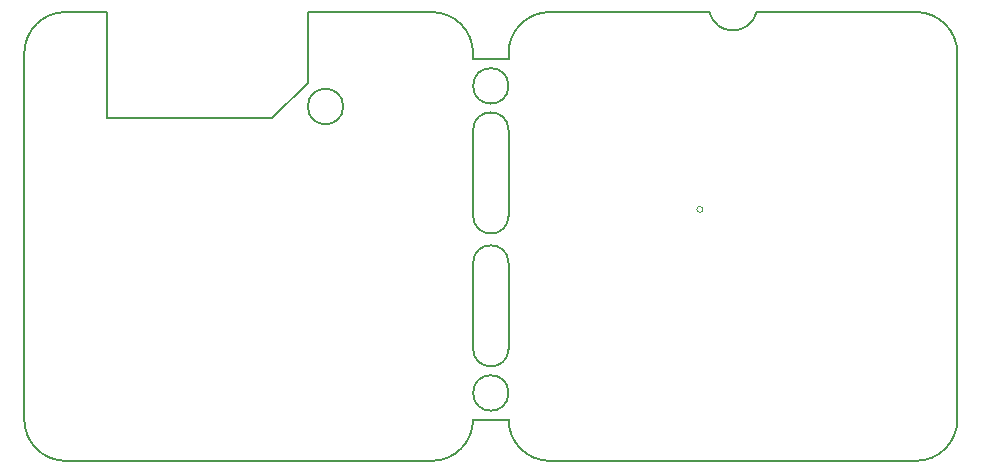
<source format=gbr>
%TF.GenerationSoftware,KiCad,Pcbnew,(5.1.8-0-10_14)*%
%TF.CreationDate,2021-02-08T17:53:51+01:00*%
%TF.ProjectId,ethersweep,65746865-7273-4776-9565-702e6b696361,rev?*%
%TF.SameCoordinates,Original*%
%TF.FileFunction,OtherDrawing,Comment*%
%FSLAX46Y46*%
G04 Gerber Fmt 4.6, Leading zero omitted, Abs format (unit mm)*
G04 Created by KiCad (PCBNEW (5.1.8-0-10_14)) date 2021-02-08 17:53:51*
%MOMM*%
%LPD*%
G01*
G04 APERTURE LIST*
%TA.AperFunction,Profile*%
%ADD10C,0.150000*%
%TD*%
%ADD11C,0.100000*%
G04 APERTURE END LIST*
D10*
X163500000Y-98250000D02*
G75*
G02*
X160500000Y-98250000I-1500000J0D01*
G01*
X160500000Y-91000000D02*
G75*
G02*
X163500000Y-91000000I1500000J0D01*
G01*
X163500000Y-98250000D02*
X163500000Y-91000000D01*
X160500000Y-91000000D02*
X160500000Y-98250000D01*
X160500000Y-102250000D02*
G75*
G02*
X163500000Y-102250000I1500000J0D01*
G01*
X160500000Y-102250000D02*
X160500000Y-109500000D01*
X163500000Y-109500000D02*
X163500000Y-102250000D01*
X163500000Y-109500000D02*
G75*
G02*
X160500000Y-109500000I-1500000J0D01*
G01*
X163500000Y-87250000D02*
G75*
G03*
X163500000Y-87250000I-1500000J0D01*
G01*
X163500000Y-113250000D02*
G75*
G03*
X163500000Y-113250000I-1500000J0D01*
G01*
X160500000Y-84500000D02*
X160500000Y-85000000D01*
X163500000Y-84500000D02*
X163500000Y-85000000D01*
X160500000Y-115500000D02*
X163500000Y-115500000D01*
X163500000Y-85000000D02*
X160500000Y-85000000D01*
X149500000Y-89000000D02*
G75*
G03*
X149500000Y-89000000I-1500000J0D01*
G01*
X129500000Y-90000000D02*
X129500000Y-81000000D01*
X126000000Y-81000000D02*
X129500000Y-81000000D01*
X126000000Y-81000000D02*
G75*
G03*
X122500000Y-84500000I0J-3500000D01*
G01*
X146500000Y-81000000D02*
X157000000Y-81000000D01*
X143500000Y-90000000D02*
X129500000Y-90000000D01*
X146500000Y-87000000D02*
X143500000Y-90000000D01*
X146500000Y-81000000D02*
X146500000Y-87000000D01*
X180500000Y-81000000D02*
X167000000Y-81000000D01*
X184500000Y-81000000D02*
X198000000Y-81000000D01*
X184500000Y-81000000D02*
G75*
G02*
X180500000Y-81000000I-2000000J500000D01*
G01*
X163500000Y-84500000D02*
G75*
G02*
X167000000Y-81000000I3500000J0D01*
G01*
X201500000Y-115500000D02*
G75*
G02*
X198000000Y-119000000I-3500000J0D01*
G01*
X167000000Y-119000000D02*
G75*
G02*
X163500000Y-115500000I0J3500000D01*
G01*
X167000000Y-119000000D02*
X198000000Y-119000000D01*
X198000000Y-81000000D02*
G75*
G02*
X201500000Y-84500000I0J-3500000D01*
G01*
X201500000Y-115500000D02*
X201500000Y-84500000D01*
X122500000Y-115500000D02*
X122500000Y-84500000D01*
X160500000Y-84500000D02*
G75*
G03*
X157000000Y-81000000I-3500000J0D01*
G01*
X157000000Y-119000000D02*
G75*
G03*
X160500000Y-115500000I0J3500000D01*
G01*
X122500000Y-115500000D02*
G75*
G03*
X126000000Y-119000000I3500000J0D01*
G01*
X157000000Y-119000000D02*
X126000000Y-119000000D01*
D11*
X179960000Y-97714000D02*
G75*
G03*
X179960000Y-97714000I-254000J0D01*
G01*
M02*

</source>
